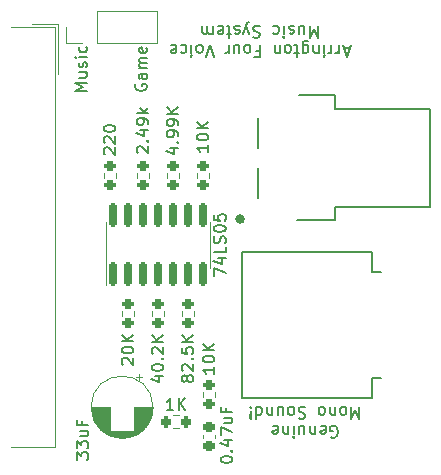
<source format=gto>
G04 #@! TF.GenerationSoftware,KiCad,Pcbnew,(6.0.0)*
G04 #@! TF.CreationDate,2022-11-09T00:51:05-05:00*
G04 #@! TF.ProjectId,Arrington 4 voice equivalent SMD,41727269-6e67-4746-9f6e-203420766f69,rev?*
G04 #@! TF.SameCoordinates,Original*
G04 #@! TF.FileFunction,Legend,Top*
G04 #@! TF.FilePolarity,Positive*
%FSLAX46Y46*%
G04 Gerber Fmt 4.6, Leading zero omitted, Abs format (unit mm)*
G04 Created by KiCad (PCBNEW (6.0.0)) date 2022-11-09 00:51:05*
%MOMM*%
%LPD*%
G01*
G04 APERTURE LIST*
G04 Aperture macros list*
%AMRoundRect*
0 Rectangle with rounded corners*
0 $1 Rounding radius*
0 $2 $3 $4 $5 $6 $7 $8 $9 X,Y pos of 4 corners*
0 Add a 4 corners polygon primitive as box body*
4,1,4,$2,$3,$4,$5,$6,$7,$8,$9,$2,$3,0*
0 Add four circle primitives for the rounded corners*
1,1,$1+$1,$2,$3*
1,1,$1+$1,$4,$5*
1,1,$1+$1,$6,$7*
1,1,$1+$1,$8,$9*
0 Add four rect primitives between the rounded corners*
20,1,$1+$1,$2,$3,$4,$5,0*
20,1,$1+$1,$4,$5,$6,$7,0*
20,1,$1+$1,$6,$7,$8,$9,0*
20,1,$1+$1,$8,$9,$2,$3,0*%
G04 Aperture macros list end*
%ADD10C,0.150000*%
%ADD11C,0.120000*%
%ADD12C,0.127000*%
%ADD13C,0.400000*%
%ADD14RoundRect,0.200000X0.275000X-0.200000X0.275000X0.200000X-0.275000X0.200000X-0.275000X-0.200000X0*%
%ADD15C,3.616000*%
%ADD16C,2.550000*%
%ADD17RoundRect,0.200000X-0.275000X0.200000X-0.275000X-0.200000X0.275000X-0.200000X0.275000X0.200000X0*%
%ADD18RoundRect,0.150000X0.150000X-0.825000X0.150000X0.825000X-0.150000X0.825000X-0.150000X-0.825000X0*%
%ADD19C,1.200000*%
%ADD20O,1.308000X2.616000*%
%ADD21O,2.616000X1.308000*%
%ADD22RoundRect,0.200000X0.200000X0.275000X-0.200000X0.275000X-0.200000X-0.275000X0.200000X-0.275000X0*%
%ADD23R,3.480000X1.846667*%
%ADD24R,1.700000X1.700000*%
%ADD25O,1.700000X1.700000*%
%ADD26RoundRect,0.225000X-0.250000X0.225000X-0.250000X-0.225000X0.250000X-0.225000X0.250000X0.225000X0*%
%ADD27R,1.600000X1.600000*%
%ADD28C,1.600000*%
G04 APERTURE END LIST*
D10*
X137064476Y-90459000D02*
X137159714Y-90506619D01*
X137302571Y-90506619D01*
X137445428Y-90459000D01*
X137540666Y-90363761D01*
X137588285Y-90268523D01*
X137635904Y-90078047D01*
X137635904Y-89935190D01*
X137588285Y-89744714D01*
X137540666Y-89649476D01*
X137445428Y-89554238D01*
X137302571Y-89506619D01*
X137207333Y-89506619D01*
X137064476Y-89554238D01*
X137016857Y-89601857D01*
X137016857Y-89935190D01*
X137207333Y-89935190D01*
X136207333Y-89554238D02*
X136302571Y-89506619D01*
X136493047Y-89506619D01*
X136588285Y-89554238D01*
X136635904Y-89649476D01*
X136635904Y-90030428D01*
X136588285Y-90125666D01*
X136493047Y-90173285D01*
X136302571Y-90173285D01*
X136207333Y-90125666D01*
X136159714Y-90030428D01*
X136159714Y-89935190D01*
X136635904Y-89839952D01*
X135731142Y-90173285D02*
X135731142Y-89506619D01*
X135731142Y-90078047D02*
X135683523Y-90125666D01*
X135588285Y-90173285D01*
X135445428Y-90173285D01*
X135350190Y-90125666D01*
X135302571Y-90030428D01*
X135302571Y-89506619D01*
X134397809Y-90173285D02*
X134397809Y-89506619D01*
X134826380Y-90173285D02*
X134826380Y-89649476D01*
X134778761Y-89554238D01*
X134683523Y-89506619D01*
X134540666Y-89506619D01*
X134445428Y-89554238D01*
X134397809Y-89601857D01*
X133921619Y-89506619D02*
X133921619Y-90173285D01*
X133921619Y-90506619D02*
X133969238Y-90459000D01*
X133921619Y-90411380D01*
X133874000Y-90459000D01*
X133921619Y-90506619D01*
X133921619Y-90411380D01*
X133445428Y-90173285D02*
X133445428Y-89506619D01*
X133445428Y-90078047D02*
X133397809Y-90125666D01*
X133302571Y-90173285D01*
X133159714Y-90173285D01*
X133064476Y-90125666D01*
X133016857Y-90030428D01*
X133016857Y-89506619D01*
X132159714Y-89554238D02*
X132254952Y-89506619D01*
X132445428Y-89506619D01*
X132540666Y-89554238D01*
X132588285Y-89649476D01*
X132588285Y-90030428D01*
X132540666Y-90125666D01*
X132445428Y-90173285D01*
X132254952Y-90173285D01*
X132159714Y-90125666D01*
X132112095Y-90030428D01*
X132112095Y-89935190D01*
X132588285Y-89839952D01*
X139469238Y-87896619D02*
X139469238Y-88896619D01*
X139135904Y-88182333D01*
X138802571Y-88896619D01*
X138802571Y-87896619D01*
X138183523Y-87896619D02*
X138278761Y-87944238D01*
X138326380Y-87991857D01*
X138374000Y-88087095D01*
X138374000Y-88372809D01*
X138326380Y-88468047D01*
X138278761Y-88515666D01*
X138183523Y-88563285D01*
X138040666Y-88563285D01*
X137945428Y-88515666D01*
X137897809Y-88468047D01*
X137850190Y-88372809D01*
X137850190Y-88087095D01*
X137897809Y-87991857D01*
X137945428Y-87944238D01*
X138040666Y-87896619D01*
X138183523Y-87896619D01*
X137421619Y-88563285D02*
X137421619Y-87896619D01*
X137421619Y-88468047D02*
X137374000Y-88515666D01*
X137278761Y-88563285D01*
X137135904Y-88563285D01*
X137040666Y-88515666D01*
X136993047Y-88420428D01*
X136993047Y-87896619D01*
X136374000Y-87896619D02*
X136469238Y-87944238D01*
X136516857Y-87991857D01*
X136564476Y-88087095D01*
X136564476Y-88372809D01*
X136516857Y-88468047D01*
X136469238Y-88515666D01*
X136374000Y-88563285D01*
X136231142Y-88563285D01*
X136135904Y-88515666D01*
X136088285Y-88468047D01*
X136040666Y-88372809D01*
X136040666Y-88087095D01*
X136088285Y-87991857D01*
X136135904Y-87944238D01*
X136231142Y-87896619D01*
X136374000Y-87896619D01*
X134897809Y-87944238D02*
X134754952Y-87896619D01*
X134516857Y-87896619D01*
X134421619Y-87944238D01*
X134374000Y-87991857D01*
X134326380Y-88087095D01*
X134326380Y-88182333D01*
X134374000Y-88277571D01*
X134421619Y-88325190D01*
X134516857Y-88372809D01*
X134707333Y-88420428D01*
X134802571Y-88468047D01*
X134850190Y-88515666D01*
X134897809Y-88610904D01*
X134897809Y-88706142D01*
X134850190Y-88801380D01*
X134802571Y-88849000D01*
X134707333Y-88896619D01*
X134469238Y-88896619D01*
X134326380Y-88849000D01*
X133754952Y-87896619D02*
X133850190Y-87944238D01*
X133897809Y-87991857D01*
X133945428Y-88087095D01*
X133945428Y-88372809D01*
X133897809Y-88468047D01*
X133850190Y-88515666D01*
X133754952Y-88563285D01*
X133612095Y-88563285D01*
X133516857Y-88515666D01*
X133469238Y-88468047D01*
X133421619Y-88372809D01*
X133421619Y-88087095D01*
X133469238Y-87991857D01*
X133516857Y-87944238D01*
X133612095Y-87896619D01*
X133754952Y-87896619D01*
X132564476Y-88563285D02*
X132564476Y-87896619D01*
X132993047Y-88563285D02*
X132993047Y-88039476D01*
X132945428Y-87944238D01*
X132850190Y-87896619D01*
X132707333Y-87896619D01*
X132612095Y-87944238D01*
X132564476Y-87991857D01*
X132088285Y-88563285D02*
X132088285Y-87896619D01*
X132088285Y-88468047D02*
X132040666Y-88515666D01*
X131945428Y-88563285D01*
X131802571Y-88563285D01*
X131707333Y-88515666D01*
X131659714Y-88420428D01*
X131659714Y-87896619D01*
X130754952Y-87896619D02*
X130754952Y-88896619D01*
X130754952Y-87944238D02*
X130850190Y-87896619D01*
X131040666Y-87896619D01*
X131135904Y-87944238D01*
X131183523Y-87991857D01*
X131231142Y-88087095D01*
X131231142Y-88372809D01*
X131183523Y-88468047D01*
X131135904Y-88515666D01*
X131040666Y-88563285D01*
X130850190Y-88563285D01*
X130754952Y-88515666D01*
X130278761Y-87991857D02*
X130231142Y-87944238D01*
X130278761Y-87896619D01*
X130326380Y-87944238D01*
X130278761Y-87991857D01*
X130278761Y-87896619D01*
X130278761Y-88277571D02*
X130326380Y-88849000D01*
X130278761Y-88896619D01*
X130231142Y-88849000D01*
X130278761Y-88277571D01*
X130278761Y-88896619D01*
X120531000Y-60594714D02*
X120483380Y-60689952D01*
X120483380Y-60832809D01*
X120531000Y-60975666D01*
X120626238Y-61070904D01*
X120721476Y-61118523D01*
X120911952Y-61166142D01*
X121054809Y-61166142D01*
X121245285Y-61118523D01*
X121340523Y-61070904D01*
X121435761Y-60975666D01*
X121483380Y-60832809D01*
X121483380Y-60737571D01*
X121435761Y-60594714D01*
X121388142Y-60547095D01*
X121054809Y-60547095D01*
X121054809Y-60737571D01*
X121483380Y-59689952D02*
X120959571Y-59689952D01*
X120864333Y-59737571D01*
X120816714Y-59832809D01*
X120816714Y-60023285D01*
X120864333Y-60118523D01*
X121435761Y-59689952D02*
X121483380Y-59785190D01*
X121483380Y-60023285D01*
X121435761Y-60118523D01*
X121340523Y-60166142D01*
X121245285Y-60166142D01*
X121150047Y-60118523D01*
X121102428Y-60023285D01*
X121102428Y-59785190D01*
X121054809Y-59689952D01*
X121483380Y-59213761D02*
X120816714Y-59213761D01*
X120911952Y-59213761D02*
X120864333Y-59166142D01*
X120816714Y-59070904D01*
X120816714Y-58928047D01*
X120864333Y-58832809D01*
X120959571Y-58785190D01*
X121483380Y-58785190D01*
X120959571Y-58785190D02*
X120864333Y-58737571D01*
X120816714Y-58642333D01*
X120816714Y-58499476D01*
X120864333Y-58404238D01*
X120959571Y-58356619D01*
X121483380Y-58356619D01*
X121435761Y-57499476D02*
X121483380Y-57594714D01*
X121483380Y-57785190D01*
X121435761Y-57880428D01*
X121340523Y-57928047D01*
X120959571Y-57928047D01*
X120864333Y-57880428D01*
X120816714Y-57785190D01*
X120816714Y-57594714D01*
X120864333Y-57499476D01*
X120959571Y-57451857D01*
X121054809Y-57451857D01*
X121150047Y-57928047D01*
X138635428Y-57534333D02*
X138159238Y-57534333D01*
X138730666Y-57248619D02*
X138397333Y-58248619D01*
X138064000Y-57248619D01*
X137730666Y-57248619D02*
X137730666Y-57915285D01*
X137730666Y-57724809D02*
X137683047Y-57820047D01*
X137635428Y-57867666D01*
X137540190Y-57915285D01*
X137444952Y-57915285D01*
X137111619Y-57248619D02*
X137111619Y-57915285D01*
X137111619Y-57724809D02*
X137064000Y-57820047D01*
X137016380Y-57867666D01*
X136921142Y-57915285D01*
X136825904Y-57915285D01*
X136492571Y-57248619D02*
X136492571Y-57915285D01*
X136492571Y-58248619D02*
X136540190Y-58201000D01*
X136492571Y-58153380D01*
X136444952Y-58201000D01*
X136492571Y-58248619D01*
X136492571Y-58153380D01*
X136016380Y-57915285D02*
X136016380Y-57248619D01*
X136016380Y-57820047D02*
X135968761Y-57867666D01*
X135873523Y-57915285D01*
X135730666Y-57915285D01*
X135635428Y-57867666D01*
X135587809Y-57772428D01*
X135587809Y-57248619D01*
X134683047Y-57915285D02*
X134683047Y-57105761D01*
X134730666Y-57010523D01*
X134778285Y-56962904D01*
X134873523Y-56915285D01*
X135016380Y-56915285D01*
X135111619Y-56962904D01*
X134683047Y-57296238D02*
X134778285Y-57248619D01*
X134968761Y-57248619D01*
X135064000Y-57296238D01*
X135111619Y-57343857D01*
X135159238Y-57439095D01*
X135159238Y-57724809D01*
X135111619Y-57820047D01*
X135064000Y-57867666D01*
X134968761Y-57915285D01*
X134778285Y-57915285D01*
X134683047Y-57867666D01*
X134349714Y-57915285D02*
X133968761Y-57915285D01*
X134206857Y-58248619D02*
X134206857Y-57391476D01*
X134159238Y-57296238D01*
X134064000Y-57248619D01*
X133968761Y-57248619D01*
X133492571Y-57248619D02*
X133587809Y-57296238D01*
X133635428Y-57343857D01*
X133683047Y-57439095D01*
X133683047Y-57724809D01*
X133635428Y-57820047D01*
X133587809Y-57867666D01*
X133492571Y-57915285D01*
X133349714Y-57915285D01*
X133254476Y-57867666D01*
X133206857Y-57820047D01*
X133159238Y-57724809D01*
X133159238Y-57439095D01*
X133206857Y-57343857D01*
X133254476Y-57296238D01*
X133349714Y-57248619D01*
X133492571Y-57248619D01*
X132730666Y-57915285D02*
X132730666Y-57248619D01*
X132730666Y-57820047D02*
X132683047Y-57867666D01*
X132587809Y-57915285D01*
X132444952Y-57915285D01*
X132349714Y-57867666D01*
X132302095Y-57772428D01*
X132302095Y-57248619D01*
X130730666Y-57772428D02*
X131064000Y-57772428D01*
X131064000Y-57248619D02*
X131064000Y-58248619D01*
X130587809Y-58248619D01*
X130064000Y-57248619D02*
X130159238Y-57296238D01*
X130206857Y-57343857D01*
X130254476Y-57439095D01*
X130254476Y-57724809D01*
X130206857Y-57820047D01*
X130159238Y-57867666D01*
X130064000Y-57915285D01*
X129921142Y-57915285D01*
X129825904Y-57867666D01*
X129778285Y-57820047D01*
X129730666Y-57724809D01*
X129730666Y-57439095D01*
X129778285Y-57343857D01*
X129825904Y-57296238D01*
X129921142Y-57248619D01*
X130064000Y-57248619D01*
X128873523Y-57915285D02*
X128873523Y-57248619D01*
X129302095Y-57915285D02*
X129302095Y-57391476D01*
X129254476Y-57296238D01*
X129159238Y-57248619D01*
X129016380Y-57248619D01*
X128921142Y-57296238D01*
X128873523Y-57343857D01*
X128397333Y-57248619D02*
X128397333Y-57915285D01*
X128397333Y-57724809D02*
X128349714Y-57820047D01*
X128302095Y-57867666D01*
X128206857Y-57915285D01*
X128111619Y-57915285D01*
X127159238Y-58248619D02*
X126825904Y-57248619D01*
X126492571Y-58248619D01*
X126016380Y-57248619D02*
X126111619Y-57296238D01*
X126159238Y-57343857D01*
X126206857Y-57439095D01*
X126206857Y-57724809D01*
X126159238Y-57820047D01*
X126111619Y-57867666D01*
X126016380Y-57915285D01*
X125873523Y-57915285D01*
X125778285Y-57867666D01*
X125730666Y-57820047D01*
X125683047Y-57724809D01*
X125683047Y-57439095D01*
X125730666Y-57343857D01*
X125778285Y-57296238D01*
X125873523Y-57248619D01*
X126016380Y-57248619D01*
X125254476Y-57248619D02*
X125254476Y-57915285D01*
X125254476Y-58248619D02*
X125302095Y-58201000D01*
X125254476Y-58153380D01*
X125206857Y-58201000D01*
X125254476Y-58248619D01*
X125254476Y-58153380D01*
X124349714Y-57296238D02*
X124444952Y-57248619D01*
X124635428Y-57248619D01*
X124730666Y-57296238D01*
X124778285Y-57343857D01*
X124825904Y-57439095D01*
X124825904Y-57724809D01*
X124778285Y-57820047D01*
X124730666Y-57867666D01*
X124635428Y-57915285D01*
X124444952Y-57915285D01*
X124349714Y-57867666D01*
X123540190Y-57296238D02*
X123635428Y-57248619D01*
X123825904Y-57248619D01*
X123921142Y-57296238D01*
X123968761Y-57391476D01*
X123968761Y-57772428D01*
X123921142Y-57867666D01*
X123825904Y-57915285D01*
X123635428Y-57915285D01*
X123540190Y-57867666D01*
X123492571Y-57772428D01*
X123492571Y-57677190D01*
X123968761Y-57581952D01*
X135944952Y-55638619D02*
X135944952Y-56638619D01*
X135611619Y-55924333D01*
X135278285Y-56638619D01*
X135278285Y-55638619D01*
X134373523Y-56305285D02*
X134373523Y-55638619D01*
X134802095Y-56305285D02*
X134802095Y-55781476D01*
X134754476Y-55686238D01*
X134659238Y-55638619D01*
X134516380Y-55638619D01*
X134421142Y-55686238D01*
X134373523Y-55733857D01*
X133944952Y-55686238D02*
X133849714Y-55638619D01*
X133659238Y-55638619D01*
X133564000Y-55686238D01*
X133516380Y-55781476D01*
X133516380Y-55829095D01*
X133564000Y-55924333D01*
X133659238Y-55971952D01*
X133802095Y-55971952D01*
X133897333Y-56019571D01*
X133944952Y-56114809D01*
X133944952Y-56162428D01*
X133897333Y-56257666D01*
X133802095Y-56305285D01*
X133659238Y-56305285D01*
X133564000Y-56257666D01*
X133087809Y-55638619D02*
X133087809Y-56305285D01*
X133087809Y-56638619D02*
X133135428Y-56591000D01*
X133087809Y-56543380D01*
X133040190Y-56591000D01*
X133087809Y-56638619D01*
X133087809Y-56543380D01*
X132183047Y-55686238D02*
X132278285Y-55638619D01*
X132468761Y-55638619D01*
X132564000Y-55686238D01*
X132611619Y-55733857D01*
X132659238Y-55829095D01*
X132659238Y-56114809D01*
X132611619Y-56210047D01*
X132564000Y-56257666D01*
X132468761Y-56305285D01*
X132278285Y-56305285D01*
X132183047Y-56257666D01*
X131040190Y-55686238D02*
X130897333Y-55638619D01*
X130659238Y-55638619D01*
X130564000Y-55686238D01*
X130516380Y-55733857D01*
X130468761Y-55829095D01*
X130468761Y-55924333D01*
X130516380Y-56019571D01*
X130564000Y-56067190D01*
X130659238Y-56114809D01*
X130849714Y-56162428D01*
X130944952Y-56210047D01*
X130992571Y-56257666D01*
X131040190Y-56352904D01*
X131040190Y-56448142D01*
X130992571Y-56543380D01*
X130944952Y-56591000D01*
X130849714Y-56638619D01*
X130611619Y-56638619D01*
X130468761Y-56591000D01*
X130135428Y-56305285D02*
X129897333Y-55638619D01*
X129659238Y-56305285D02*
X129897333Y-55638619D01*
X129992571Y-55400523D01*
X130040190Y-55352904D01*
X130135428Y-55305285D01*
X129325904Y-55686238D02*
X129230666Y-55638619D01*
X129040190Y-55638619D01*
X128944952Y-55686238D01*
X128897333Y-55781476D01*
X128897333Y-55829095D01*
X128944952Y-55924333D01*
X129040190Y-55971952D01*
X129183047Y-55971952D01*
X129278285Y-56019571D01*
X129325904Y-56114809D01*
X129325904Y-56162428D01*
X129278285Y-56257666D01*
X129183047Y-56305285D01*
X129040190Y-56305285D01*
X128944952Y-56257666D01*
X128611619Y-56305285D02*
X128230666Y-56305285D01*
X128468761Y-56638619D02*
X128468761Y-55781476D01*
X128421142Y-55686238D01*
X128325904Y-55638619D01*
X128230666Y-55638619D01*
X127516380Y-55686238D02*
X127611619Y-55638619D01*
X127802095Y-55638619D01*
X127897333Y-55686238D01*
X127944952Y-55781476D01*
X127944952Y-56162428D01*
X127897333Y-56257666D01*
X127802095Y-56305285D01*
X127611619Y-56305285D01*
X127516380Y-56257666D01*
X127468761Y-56162428D01*
X127468761Y-56067190D01*
X127944952Y-55971952D01*
X127040190Y-55638619D02*
X127040190Y-56305285D01*
X127040190Y-56210047D02*
X126992571Y-56257666D01*
X126897333Y-56305285D01*
X126754476Y-56305285D01*
X126659238Y-56257666D01*
X126611619Y-56162428D01*
X126611619Y-55638619D01*
X126611619Y-56162428D02*
X126564000Y-56257666D01*
X126468761Y-56305285D01*
X126325904Y-56305285D01*
X126230666Y-56257666D01*
X126183047Y-56162428D01*
X126183047Y-55638619D01*
X116403380Y-61166142D02*
X115403380Y-61166142D01*
X116117666Y-60832809D01*
X115403380Y-60499476D01*
X116403380Y-60499476D01*
X115736714Y-59594714D02*
X116403380Y-59594714D01*
X115736714Y-60023285D02*
X116260523Y-60023285D01*
X116355761Y-59975666D01*
X116403380Y-59880428D01*
X116403380Y-59737571D01*
X116355761Y-59642333D01*
X116308142Y-59594714D01*
X116355761Y-59166142D02*
X116403380Y-59070904D01*
X116403380Y-58880428D01*
X116355761Y-58785190D01*
X116260523Y-58737571D01*
X116212904Y-58737571D01*
X116117666Y-58785190D01*
X116070047Y-58880428D01*
X116070047Y-59023285D01*
X116022428Y-59118523D01*
X115927190Y-59166142D01*
X115879571Y-59166142D01*
X115784333Y-59118523D01*
X115736714Y-59023285D01*
X115736714Y-58880428D01*
X115784333Y-58785190D01*
X116403380Y-58309000D02*
X115736714Y-58309000D01*
X115403380Y-58309000D02*
X115451000Y-58356619D01*
X115498619Y-58309000D01*
X115451000Y-58261380D01*
X115403380Y-58309000D01*
X115498619Y-58309000D01*
X116355761Y-57404238D02*
X116403380Y-57499476D01*
X116403380Y-57689952D01*
X116355761Y-57785190D01*
X116308142Y-57832809D01*
X116212904Y-57880428D01*
X115927190Y-57880428D01*
X115831952Y-57832809D01*
X115784333Y-57785190D01*
X115736714Y-57689952D01*
X115736714Y-57499476D01*
X115784333Y-57404238D01*
X122213714Y-85320000D02*
X122880380Y-85320000D01*
X121832761Y-85558095D02*
X122547047Y-85796190D01*
X122547047Y-85177142D01*
X121880380Y-84605714D02*
X121880380Y-84510476D01*
X121928000Y-84415238D01*
X121975619Y-84367619D01*
X122070857Y-84320000D01*
X122261333Y-84272380D01*
X122499428Y-84272380D01*
X122689904Y-84320000D01*
X122785142Y-84367619D01*
X122832761Y-84415238D01*
X122880380Y-84510476D01*
X122880380Y-84605714D01*
X122832761Y-84700952D01*
X122785142Y-84748571D01*
X122689904Y-84796190D01*
X122499428Y-84843809D01*
X122261333Y-84843809D01*
X122070857Y-84796190D01*
X121975619Y-84748571D01*
X121928000Y-84700952D01*
X121880380Y-84605714D01*
X122785142Y-83843809D02*
X122832761Y-83796190D01*
X122880380Y-83843809D01*
X122832761Y-83891428D01*
X122785142Y-83843809D01*
X122880380Y-83843809D01*
X121975619Y-83415238D02*
X121928000Y-83367619D01*
X121880380Y-83272380D01*
X121880380Y-83034285D01*
X121928000Y-82939047D01*
X121975619Y-82891428D01*
X122070857Y-82843809D01*
X122166095Y-82843809D01*
X122308952Y-82891428D01*
X122880380Y-83462857D01*
X122880380Y-82843809D01*
X122880380Y-82415238D02*
X121880380Y-82415238D01*
X122880380Y-81843809D02*
X122308952Y-82272380D01*
X121880380Y-81843809D02*
X122451809Y-82415238D01*
X124848952Y-85605714D02*
X124801333Y-85700952D01*
X124753714Y-85748571D01*
X124658476Y-85796190D01*
X124610857Y-85796190D01*
X124515619Y-85748571D01*
X124468000Y-85700952D01*
X124420380Y-85605714D01*
X124420380Y-85415238D01*
X124468000Y-85320000D01*
X124515619Y-85272380D01*
X124610857Y-85224761D01*
X124658476Y-85224761D01*
X124753714Y-85272380D01*
X124801333Y-85320000D01*
X124848952Y-85415238D01*
X124848952Y-85605714D01*
X124896571Y-85700952D01*
X124944190Y-85748571D01*
X125039428Y-85796190D01*
X125229904Y-85796190D01*
X125325142Y-85748571D01*
X125372761Y-85700952D01*
X125420380Y-85605714D01*
X125420380Y-85415238D01*
X125372761Y-85320000D01*
X125325142Y-85272380D01*
X125229904Y-85224761D01*
X125039428Y-85224761D01*
X124944190Y-85272380D01*
X124896571Y-85320000D01*
X124848952Y-85415238D01*
X124515619Y-84843809D02*
X124468000Y-84796190D01*
X124420380Y-84700952D01*
X124420380Y-84462857D01*
X124468000Y-84367619D01*
X124515619Y-84320000D01*
X124610857Y-84272380D01*
X124706095Y-84272380D01*
X124848952Y-84320000D01*
X125420380Y-84891428D01*
X125420380Y-84272380D01*
X125325142Y-83843809D02*
X125372761Y-83796190D01*
X125420380Y-83843809D01*
X125372761Y-83891428D01*
X125325142Y-83843809D01*
X125420380Y-83843809D01*
X124420380Y-82891428D02*
X124420380Y-83367619D01*
X124896571Y-83415238D01*
X124848952Y-83367619D01*
X124801333Y-83272380D01*
X124801333Y-83034285D01*
X124848952Y-82939047D01*
X124896571Y-82891428D01*
X124991809Y-82843809D01*
X125229904Y-82843809D01*
X125325142Y-82891428D01*
X125372761Y-82939047D01*
X125420380Y-83034285D01*
X125420380Y-83272380D01*
X125372761Y-83367619D01*
X125325142Y-83415238D01*
X125420380Y-82415238D02*
X124420380Y-82415238D01*
X125420380Y-81843809D02*
X124848952Y-82272380D01*
X124420380Y-81843809D02*
X124991809Y-82415238D01*
X127198380Y-84510476D02*
X127198380Y-85081904D01*
X127198380Y-84796190D02*
X126198380Y-84796190D01*
X126341238Y-84891428D01*
X126436476Y-84986666D01*
X126484095Y-85081904D01*
X126198380Y-83891428D02*
X126198380Y-83796190D01*
X126246000Y-83700952D01*
X126293619Y-83653333D01*
X126388857Y-83605714D01*
X126579333Y-83558095D01*
X126817428Y-83558095D01*
X127007904Y-83605714D01*
X127103142Y-83653333D01*
X127150761Y-83700952D01*
X127198380Y-83796190D01*
X127198380Y-83891428D01*
X127150761Y-83986666D01*
X127103142Y-84034285D01*
X127007904Y-84081904D01*
X126817428Y-84129523D01*
X126579333Y-84129523D01*
X126388857Y-84081904D01*
X126293619Y-84034285D01*
X126246000Y-83986666D01*
X126198380Y-83891428D01*
X127198380Y-83129523D02*
X126198380Y-83129523D01*
X127198380Y-82558095D02*
X126626952Y-82986666D01*
X126198380Y-82558095D02*
X126769809Y-83129523D01*
X123483714Y-66016000D02*
X124150380Y-66016000D01*
X123102761Y-66254095D02*
X123817047Y-66492190D01*
X123817047Y-65873142D01*
X124055142Y-65492190D02*
X124102761Y-65444571D01*
X124150380Y-65492190D01*
X124102761Y-65539809D01*
X124055142Y-65492190D01*
X124150380Y-65492190D01*
X124150380Y-64968380D02*
X124150380Y-64777904D01*
X124102761Y-64682666D01*
X124055142Y-64635047D01*
X123912285Y-64539809D01*
X123721809Y-64492190D01*
X123340857Y-64492190D01*
X123245619Y-64539809D01*
X123198000Y-64587428D01*
X123150380Y-64682666D01*
X123150380Y-64873142D01*
X123198000Y-64968380D01*
X123245619Y-65016000D01*
X123340857Y-65063619D01*
X123578952Y-65063619D01*
X123674190Y-65016000D01*
X123721809Y-64968380D01*
X123769428Y-64873142D01*
X123769428Y-64682666D01*
X123721809Y-64587428D01*
X123674190Y-64539809D01*
X123578952Y-64492190D01*
X124150380Y-64016000D02*
X124150380Y-63825523D01*
X124102761Y-63730285D01*
X124055142Y-63682666D01*
X123912285Y-63587428D01*
X123721809Y-63539809D01*
X123340857Y-63539809D01*
X123245619Y-63587428D01*
X123198000Y-63635047D01*
X123150380Y-63730285D01*
X123150380Y-63920761D01*
X123198000Y-64016000D01*
X123245619Y-64063619D01*
X123340857Y-64111238D01*
X123578952Y-64111238D01*
X123674190Y-64063619D01*
X123721809Y-64016000D01*
X123769428Y-63920761D01*
X123769428Y-63730285D01*
X123721809Y-63635047D01*
X123674190Y-63587428D01*
X123578952Y-63539809D01*
X124150380Y-63111238D02*
X123150380Y-63111238D01*
X124150380Y-62539809D02*
X123578952Y-62968380D01*
X123150380Y-62539809D02*
X123721809Y-63111238D01*
X127160380Y-76810857D02*
X127160380Y-76144190D01*
X128160380Y-76572761D01*
X127493714Y-75334666D02*
X128160380Y-75334666D01*
X127112761Y-75572761D02*
X127827047Y-75810857D01*
X127827047Y-75191809D01*
X128160380Y-74334666D02*
X128160380Y-74810857D01*
X127160380Y-74810857D01*
X128112761Y-74048952D02*
X128160380Y-73906095D01*
X128160380Y-73668000D01*
X128112761Y-73572761D01*
X128065142Y-73525142D01*
X127969904Y-73477523D01*
X127874666Y-73477523D01*
X127779428Y-73525142D01*
X127731809Y-73572761D01*
X127684190Y-73668000D01*
X127636571Y-73858476D01*
X127588952Y-73953714D01*
X127541333Y-74001333D01*
X127446095Y-74048952D01*
X127350857Y-74048952D01*
X127255619Y-74001333D01*
X127208000Y-73953714D01*
X127160380Y-73858476D01*
X127160380Y-73620380D01*
X127208000Y-73477523D01*
X127160380Y-72858476D02*
X127160380Y-72763238D01*
X127208000Y-72668000D01*
X127255619Y-72620380D01*
X127350857Y-72572761D01*
X127541333Y-72525142D01*
X127779428Y-72525142D01*
X127969904Y-72572761D01*
X128065142Y-72620380D01*
X128112761Y-72668000D01*
X128160380Y-72763238D01*
X128160380Y-72858476D01*
X128112761Y-72953714D01*
X128065142Y-73001333D01*
X127969904Y-73048952D01*
X127779428Y-73096571D01*
X127541333Y-73096571D01*
X127350857Y-73048952D01*
X127255619Y-73001333D01*
X127208000Y-72953714D01*
X127160380Y-72858476D01*
X127160380Y-71620380D02*
X127160380Y-72096571D01*
X127636571Y-72144190D01*
X127588952Y-72096571D01*
X127541333Y-72001333D01*
X127541333Y-71763238D01*
X127588952Y-71668000D01*
X127636571Y-71620380D01*
X127731809Y-71572761D01*
X127969904Y-71572761D01*
X128065142Y-71620380D01*
X128112761Y-71668000D01*
X128160380Y-71763238D01*
X128160380Y-72001333D01*
X128112761Y-72096571D01*
X128065142Y-72144190D01*
X117911619Y-66516095D02*
X117864000Y-66468476D01*
X117816380Y-66373238D01*
X117816380Y-66135142D01*
X117864000Y-66039904D01*
X117911619Y-65992285D01*
X118006857Y-65944666D01*
X118102095Y-65944666D01*
X118244952Y-65992285D01*
X118816380Y-66563714D01*
X118816380Y-65944666D01*
X117911619Y-65563714D02*
X117864000Y-65516095D01*
X117816380Y-65420857D01*
X117816380Y-65182761D01*
X117864000Y-65087523D01*
X117911619Y-65039904D01*
X118006857Y-64992285D01*
X118102095Y-64992285D01*
X118244952Y-65039904D01*
X118816380Y-65611333D01*
X118816380Y-64992285D01*
X117816380Y-64373238D02*
X117816380Y-64278000D01*
X117864000Y-64182761D01*
X117911619Y-64135142D01*
X118006857Y-64087523D01*
X118197333Y-64039904D01*
X118435428Y-64039904D01*
X118625904Y-64087523D01*
X118721142Y-64135142D01*
X118768761Y-64182761D01*
X118816380Y-64278000D01*
X118816380Y-64373238D01*
X118768761Y-64468476D01*
X118721142Y-64516095D01*
X118625904Y-64563714D01*
X118435428Y-64611333D01*
X118197333Y-64611333D01*
X118006857Y-64563714D01*
X117911619Y-64516095D01*
X117864000Y-64468476D01*
X117816380Y-64373238D01*
X123737714Y-88176380D02*
X123166285Y-88176380D01*
X123452000Y-88176380D02*
X123452000Y-87176380D01*
X123356761Y-87319238D01*
X123261523Y-87414476D01*
X123166285Y-87462095D01*
X124166285Y-88176380D02*
X124166285Y-87176380D01*
X124737714Y-88176380D02*
X124309142Y-87604952D01*
X124737714Y-87176380D02*
X124166285Y-87747809D01*
X119435619Y-84319904D02*
X119388000Y-84272285D01*
X119340380Y-84177047D01*
X119340380Y-83938952D01*
X119388000Y-83843714D01*
X119435619Y-83796095D01*
X119530857Y-83748476D01*
X119626095Y-83748476D01*
X119768952Y-83796095D01*
X120340380Y-84367523D01*
X120340380Y-83748476D01*
X119340380Y-83129428D02*
X119340380Y-83034190D01*
X119388000Y-82938952D01*
X119435619Y-82891333D01*
X119530857Y-82843714D01*
X119721333Y-82796095D01*
X119959428Y-82796095D01*
X120149904Y-82843714D01*
X120245142Y-82891333D01*
X120292761Y-82938952D01*
X120340380Y-83034190D01*
X120340380Y-83129428D01*
X120292761Y-83224666D01*
X120245142Y-83272285D01*
X120149904Y-83319904D01*
X119959428Y-83367523D01*
X119721333Y-83367523D01*
X119530857Y-83319904D01*
X119435619Y-83272285D01*
X119388000Y-83224666D01*
X119340380Y-83129428D01*
X120340380Y-82367523D02*
X119340380Y-82367523D01*
X120340380Y-81796095D02*
X119768952Y-82224666D01*
X119340380Y-81796095D02*
X119911809Y-82367523D01*
X127722380Y-92402467D02*
X127722380Y-92307229D01*
X127770000Y-92211991D01*
X127817619Y-92164372D01*
X127912857Y-92116753D01*
X128103333Y-92069134D01*
X128341428Y-92069134D01*
X128531904Y-92116753D01*
X128627142Y-92164372D01*
X128674761Y-92211991D01*
X128722380Y-92307229D01*
X128722380Y-92402467D01*
X128674761Y-92497705D01*
X128627142Y-92545324D01*
X128531904Y-92592943D01*
X128341428Y-92640562D01*
X128103333Y-92640562D01*
X127912857Y-92592943D01*
X127817619Y-92545324D01*
X127770000Y-92497705D01*
X127722380Y-92402467D01*
X128627142Y-91640562D02*
X128674761Y-91592943D01*
X128722380Y-91640562D01*
X128674761Y-91688181D01*
X128627142Y-91640562D01*
X128722380Y-91640562D01*
X128055714Y-90735800D02*
X128722380Y-90735800D01*
X127674761Y-90973896D02*
X128389047Y-91211991D01*
X128389047Y-90592943D01*
X127722380Y-90307229D02*
X127722380Y-89640562D01*
X128722380Y-90069134D01*
X128055714Y-88831039D02*
X128722380Y-88831039D01*
X128055714Y-89259610D02*
X128579523Y-89259610D01*
X128674761Y-89211991D01*
X128722380Y-89116753D01*
X128722380Y-88973896D01*
X128674761Y-88878658D01*
X128627142Y-88831039D01*
X128198571Y-88021515D02*
X128198571Y-88354848D01*
X128722380Y-88354848D02*
X127722380Y-88354848D01*
X127722380Y-87878658D01*
X115530380Y-92368476D02*
X115530380Y-91749428D01*
X115911333Y-92082761D01*
X115911333Y-91939904D01*
X115958952Y-91844666D01*
X116006571Y-91797047D01*
X116101809Y-91749428D01*
X116339904Y-91749428D01*
X116435142Y-91797047D01*
X116482761Y-91844666D01*
X116530380Y-91939904D01*
X116530380Y-92225619D01*
X116482761Y-92320857D01*
X116435142Y-92368476D01*
X115530380Y-91416095D02*
X115530380Y-90797047D01*
X115911333Y-91130380D01*
X115911333Y-90987523D01*
X115958952Y-90892285D01*
X116006571Y-90844666D01*
X116101809Y-90797047D01*
X116339904Y-90797047D01*
X116435142Y-90844666D01*
X116482761Y-90892285D01*
X116530380Y-90987523D01*
X116530380Y-91273238D01*
X116482761Y-91368476D01*
X116435142Y-91416095D01*
X115863714Y-89939904D02*
X116530380Y-89939904D01*
X115863714Y-90368476D02*
X116387523Y-90368476D01*
X116482761Y-90320857D01*
X116530380Y-90225619D01*
X116530380Y-90082761D01*
X116482761Y-89987523D01*
X116435142Y-89939904D01*
X116006571Y-89130380D02*
X116006571Y-89463714D01*
X116530380Y-89463714D02*
X115530380Y-89463714D01*
X115530380Y-88987523D01*
X126690380Y-65714476D02*
X126690380Y-66285904D01*
X126690380Y-66000190D02*
X125690380Y-66000190D01*
X125833238Y-66095428D01*
X125928476Y-66190666D01*
X125976095Y-66285904D01*
X125690380Y-65095428D02*
X125690380Y-65000190D01*
X125738000Y-64904952D01*
X125785619Y-64857333D01*
X125880857Y-64809714D01*
X126071333Y-64762095D01*
X126309428Y-64762095D01*
X126499904Y-64809714D01*
X126595142Y-64857333D01*
X126642761Y-64904952D01*
X126690380Y-65000190D01*
X126690380Y-65095428D01*
X126642761Y-65190666D01*
X126595142Y-65238285D01*
X126499904Y-65285904D01*
X126309428Y-65333523D01*
X126071333Y-65333523D01*
X125880857Y-65285904D01*
X125785619Y-65238285D01*
X125738000Y-65190666D01*
X125690380Y-65095428D01*
X126690380Y-64333523D02*
X125690380Y-64333523D01*
X126690380Y-63762095D02*
X126118952Y-64190666D01*
X125690380Y-63762095D02*
X126261809Y-64333523D01*
X120705619Y-66396952D02*
X120658000Y-66349333D01*
X120610380Y-66254095D01*
X120610380Y-66016000D01*
X120658000Y-65920761D01*
X120705619Y-65873142D01*
X120800857Y-65825523D01*
X120896095Y-65825523D01*
X121038952Y-65873142D01*
X121610380Y-66444571D01*
X121610380Y-65825523D01*
X121515142Y-65396952D02*
X121562761Y-65349333D01*
X121610380Y-65396952D01*
X121562761Y-65444571D01*
X121515142Y-65396952D01*
X121610380Y-65396952D01*
X120943714Y-64492190D02*
X121610380Y-64492190D01*
X120562761Y-64730285D02*
X121277047Y-64968380D01*
X121277047Y-64349333D01*
X121610380Y-63920761D02*
X121610380Y-63730285D01*
X121562761Y-63635047D01*
X121515142Y-63587428D01*
X121372285Y-63492190D01*
X121181809Y-63444571D01*
X120800857Y-63444571D01*
X120705619Y-63492190D01*
X120658000Y-63539809D01*
X120610380Y-63635047D01*
X120610380Y-63825523D01*
X120658000Y-63920761D01*
X120705619Y-63968380D01*
X120800857Y-64016000D01*
X121038952Y-64016000D01*
X121134190Y-63968380D01*
X121181809Y-63920761D01*
X121229428Y-63825523D01*
X121229428Y-63635047D01*
X121181809Y-63539809D01*
X121134190Y-63492190D01*
X121038952Y-63444571D01*
X121610380Y-63016000D02*
X120610380Y-63016000D01*
X121229428Y-62920761D02*
X121610380Y-62635047D01*
X120943714Y-62635047D02*
X121324666Y-63016000D01*
D11*
X122950500Y-80247258D02*
X122950500Y-79772742D01*
X121905500Y-80247258D02*
X121905500Y-79772742D01*
X124445500Y-80247258D02*
X124445500Y-79772742D01*
X125490500Y-80247258D02*
X125490500Y-79772742D01*
D12*
X137426000Y-61502000D02*
X134326000Y-61502000D01*
X134226000Y-72102000D02*
X137426000Y-72102000D01*
X145426000Y-70952000D02*
X145426000Y-62652000D01*
X130926000Y-63452000D02*
X130926000Y-66002000D01*
X145426000Y-62652000D02*
X137426000Y-62652000D01*
X137426000Y-72102000D02*
X137426000Y-70952000D01*
X130926000Y-67702000D02*
X130926000Y-70202000D01*
X137426000Y-70952000D02*
X145426000Y-70952000D01*
X137426000Y-62652000D02*
X137426000Y-61502000D01*
D13*
X129576000Y-72002000D02*
G75*
G03*
X129576000Y-72002000I-200000J0D01*
G01*
D11*
X127268500Y-87105258D02*
X127268500Y-86630742D01*
X126223500Y-87105258D02*
X126223500Y-86630742D01*
X124220500Y-68088742D02*
X124220500Y-68563258D01*
X123175500Y-68088742D02*
X123175500Y-68563258D01*
X126863000Y-74168000D02*
X126863000Y-72218000D01*
X126863000Y-74168000D02*
X126863000Y-76118000D01*
X117993000Y-74168000D02*
X117993000Y-77618000D01*
X117993000Y-74168000D02*
X117993000Y-72218000D01*
D12*
X129528000Y-87162500D02*
X129528000Y-74762500D01*
X140528000Y-76462500D02*
X141328000Y-76462500D01*
X140528000Y-85462500D02*
X141328000Y-85462500D01*
X129528000Y-74762500D02*
X140528000Y-74762500D01*
X129528000Y-87162500D02*
X140528000Y-87162500D01*
X140528000Y-87162500D02*
X140528000Y-85462500D01*
X140528000Y-76462500D02*
X140528000Y-74762500D01*
D11*
X118886500Y-68088742D02*
X118886500Y-68563258D01*
X117841500Y-68088742D02*
X117841500Y-68563258D01*
X124189258Y-88631500D02*
X123714742Y-88631500D01*
X124189258Y-89676500D02*
X123714742Y-89676500D01*
X120410500Y-80247258D02*
X120410500Y-79772742D01*
X119365500Y-80247258D02*
X119365500Y-79772742D01*
X113737500Y-55729667D02*
X109997500Y-55729667D01*
X109997500Y-91336333D02*
X113737500Y-91336333D01*
X113737500Y-91336333D02*
X113737500Y-55729667D01*
X113977500Y-55489667D02*
X113977500Y-59683000D01*
X111737500Y-55489667D02*
X113977500Y-55489667D01*
X117236000Y-57083000D02*
X117236000Y-54423000D01*
X122376000Y-57083000D02*
X122376000Y-54423000D01*
X117236000Y-54423000D02*
X122376000Y-54423000D01*
X117236000Y-57083000D02*
X122376000Y-57083000D01*
X114636000Y-57083000D02*
X114636000Y-55753000D01*
X115966000Y-57083000D02*
X114636000Y-57083000D01*
X126236000Y-90283420D02*
X126236000Y-90564580D01*
X127256000Y-90283420D02*
X127256000Y-90564580D01*
X121881000Y-88568888D02*
X120420000Y-88568888D01*
X120631000Y-90209888D02*
X118129000Y-90209888D01*
X121604000Y-89249888D02*
X120420000Y-89249888D01*
X118340000Y-89849888D02*
X117637000Y-89849888D01*
X121960000Y-87928888D02*
X120420000Y-87928888D01*
X121165000Y-89809888D02*
X120420000Y-89809888D01*
X118340000Y-88969888D02*
X117015000Y-88969888D01*
X118340000Y-89529888D02*
X117345000Y-89529888D01*
X118340000Y-89449888D02*
X117285000Y-89449888D01*
X121281000Y-89689888D02*
X120420000Y-89689888D01*
X118340000Y-89329888D02*
X117205000Y-89329888D01*
X121502000Y-89409888D02*
X120420000Y-89409888D01*
X118340000Y-89409888D02*
X117258000Y-89409888D01*
X121351000Y-89609888D02*
X120420000Y-89609888D01*
X119898000Y-90489888D02*
X118862000Y-90489888D01*
X120185000Y-90409888D02*
X118575000Y-90409888D01*
X121945000Y-88208888D02*
X120420000Y-88208888D01*
X121960000Y-87968888D02*
X120420000Y-87968888D01*
X121244000Y-89729888D02*
X120420000Y-89729888D01*
X121871000Y-88608888D02*
X120420000Y-88608888D01*
X121745000Y-88969888D02*
X120420000Y-88969888D01*
X118340000Y-88088888D02*
X116804000Y-88088888D01*
X118340000Y-88929888D02*
X116998000Y-88929888D01*
X118340000Y-89209888D02*
X117133000Y-89209888D01*
X120934000Y-90009888D02*
X117826000Y-90009888D01*
X121690000Y-89089888D02*
X120420000Y-89089888D01*
X118340000Y-88248888D02*
X116819000Y-88248888D01*
X118340000Y-88769888D02*
X116938000Y-88769888D01*
X121105000Y-85374113D02*
X120605000Y-85374113D01*
X121475000Y-89449888D02*
X120420000Y-89449888D01*
X121555000Y-89329888D02*
X120420000Y-89329888D01*
X118340000Y-88408888D02*
X116844000Y-88408888D01*
X118340000Y-89249888D02*
X117156000Y-89249888D01*
X121317000Y-89649888D02*
X120420000Y-89649888D01*
X118340000Y-89729888D02*
X117516000Y-89729888D01*
X121835000Y-88729888D02*
X120420000Y-88729888D01*
X121959000Y-88008888D02*
X120420000Y-88008888D01*
X118340000Y-88729888D02*
X116925000Y-88729888D01*
X121206000Y-89769888D02*
X120420000Y-89769888D01*
X121415000Y-89529888D02*
X120420000Y-89529888D01*
X121033000Y-89929888D02*
X120420000Y-89929888D01*
X121648000Y-89169888D02*
X120420000Y-89169888D01*
X121923000Y-88368888D02*
X120420000Y-88368888D01*
X118340000Y-87928888D02*
X116800000Y-87928888D01*
X121916000Y-88408888D02*
X120420000Y-88408888D01*
X118340000Y-89129888D02*
X117090000Y-89129888D01*
X118340000Y-89889888D02*
X117681000Y-89889888D01*
X120699000Y-90169888D02*
X118061000Y-90169888D01*
X118340000Y-89169888D02*
X117112000Y-89169888D01*
X118340000Y-88568888D02*
X116879000Y-88568888D01*
X118340000Y-88649888D02*
X116900000Y-88649888D01*
X121529000Y-89369888D02*
X120420000Y-89369888D01*
X118340000Y-88128888D02*
X116807000Y-88128888D01*
X121848000Y-88689888D02*
X120420000Y-88689888D01*
X118340000Y-88809888D02*
X116952000Y-88809888D01*
X118340000Y-88488888D02*
X116860000Y-88488888D01*
X121670000Y-89129888D02*
X120420000Y-89129888D01*
X121728000Y-89009888D02*
X120420000Y-89009888D01*
X121941000Y-88248888D02*
X120420000Y-88248888D01*
X121822000Y-88769888D02*
X120420000Y-88769888D01*
X118340000Y-89009888D02*
X117032000Y-89009888D01*
X118340000Y-88689888D02*
X116912000Y-88689888D01*
X118340000Y-89809888D02*
X117595000Y-89809888D01*
X121908000Y-88448888D02*
X120420000Y-88448888D01*
X120763000Y-90129888D02*
X117997000Y-90129888D01*
X120391000Y-90329888D02*
X118369000Y-90329888D01*
X120880000Y-90049888D02*
X117880000Y-90049888D01*
X118340000Y-89489888D02*
X117315000Y-89489888D01*
X120855000Y-85124113D02*
X120855000Y-85624113D01*
X120823000Y-90089888D02*
X117937000Y-90089888D01*
X118340000Y-89769888D02*
X117554000Y-89769888D01*
X121900000Y-88488888D02*
X120420000Y-88488888D01*
X119664000Y-90529888D02*
X119096000Y-90529888D01*
X118340000Y-88889888D02*
X116982000Y-88889888D01*
X118340000Y-89609888D02*
X117409000Y-89609888D01*
X118340000Y-89649888D02*
X117443000Y-89649888D01*
X118340000Y-89369888D02*
X117231000Y-89369888D01*
X118340000Y-88368888D02*
X116837000Y-88368888D01*
X118340000Y-88168888D02*
X116811000Y-88168888D01*
X121384000Y-89569888D02*
X120420000Y-89569888D01*
X121953000Y-88128888D02*
X120420000Y-88128888D01*
X121079000Y-89889888D02*
X120420000Y-89889888D01*
X118340000Y-88208888D02*
X116815000Y-88208888D01*
X121709000Y-89049888D02*
X120420000Y-89049888D01*
X118340000Y-88448888D02*
X116852000Y-88448888D01*
X121956000Y-88088888D02*
X120420000Y-88088888D01*
X118340000Y-89569888D02*
X117376000Y-89569888D01*
X121936000Y-88288888D02*
X120420000Y-88288888D01*
X118340000Y-89049888D02*
X117051000Y-89049888D01*
X121949000Y-88168888D02*
X120420000Y-88168888D01*
X121627000Y-89209888D02*
X120420000Y-89209888D01*
X120478000Y-90289888D02*
X118282000Y-90289888D01*
X121891000Y-88528888D02*
X120420000Y-88528888D01*
X118340000Y-88288888D02*
X116824000Y-88288888D01*
X120985000Y-89969888D02*
X117775000Y-89969888D01*
X118340000Y-88849888D02*
X116966000Y-88849888D01*
X120558000Y-90249888D02*
X118202000Y-90249888D01*
X121123000Y-89849888D02*
X120420000Y-89849888D01*
X118340000Y-89929888D02*
X117727000Y-89929888D01*
X121808000Y-88809888D02*
X120420000Y-88809888D01*
X118340000Y-88048888D02*
X116802000Y-88048888D01*
X121445000Y-89489888D02*
X120420000Y-89489888D01*
X118340000Y-87968888D02*
X116800000Y-87968888D01*
X121930000Y-88328888D02*
X120420000Y-88328888D01*
X118340000Y-89689888D02*
X117479000Y-89689888D01*
X118340000Y-89089888D02*
X117070000Y-89089888D01*
X118340000Y-89289888D02*
X117180000Y-89289888D01*
X121580000Y-89289888D02*
X120420000Y-89289888D01*
X118340000Y-88608888D02*
X116889000Y-88608888D01*
X118340000Y-88008888D02*
X116801000Y-88008888D01*
X120057000Y-90449888D02*
X118703000Y-90449888D01*
X118340000Y-88328888D02*
X116830000Y-88328888D01*
X121794000Y-88849888D02*
X120420000Y-88849888D01*
X121762000Y-88929888D02*
X120420000Y-88929888D01*
X120295000Y-90369888D02*
X118465000Y-90369888D01*
X118340000Y-88528888D02*
X116869000Y-88528888D01*
X121778000Y-88889888D02*
X120420000Y-88889888D01*
X121860000Y-88649888D02*
X120420000Y-88649888D01*
X121958000Y-88048888D02*
X120420000Y-88048888D01*
X122000000Y-87928888D02*
G75*
G03*
X122000000Y-87928888I-2620000J0D01*
G01*
X125715500Y-68088742D02*
X125715500Y-68563258D01*
X126760500Y-68088742D02*
X126760500Y-68563258D01*
X121680500Y-68088742D02*
X121680500Y-68563258D01*
X120635500Y-68088742D02*
X120635500Y-68563258D01*
%LPC*%
D14*
X122428000Y-80835000D03*
X122428000Y-79185000D03*
X124968000Y-80835000D03*
X124968000Y-79185000D03*
D15*
X132226000Y-71802000D03*
X132226000Y-61802000D03*
X136726000Y-66802000D03*
D16*
X132226000Y-66802000D03*
D14*
X126746000Y-87693000D03*
X126746000Y-86043000D03*
D17*
X123698000Y-67501000D03*
X123698000Y-69151000D03*
D18*
X118618000Y-76643000D03*
X119888000Y-76643000D03*
X121158000Y-76643000D03*
X122428000Y-76643000D03*
X123698000Y-76643000D03*
X124968000Y-76643000D03*
X126238000Y-76643000D03*
X126238000Y-71693000D03*
X124968000Y-71693000D03*
X123698000Y-71693000D03*
X122428000Y-71693000D03*
X121158000Y-71693000D03*
X119888000Y-71693000D03*
X118618000Y-71693000D03*
D19*
X137028000Y-85962500D03*
X137028000Y-75962500D03*
X132028000Y-80962500D03*
X139528000Y-85962500D03*
X139528000Y-75962500D03*
D20*
X137028000Y-80962500D03*
D21*
X132028000Y-75962500D03*
X132028000Y-85962500D03*
X132028000Y-78462500D03*
X132028000Y-83462500D03*
D17*
X118364000Y-67501000D03*
X118364000Y-69151000D03*
D22*
X124777000Y-89154000D03*
X123127000Y-89154000D03*
D14*
X119888000Y-80835000D03*
X119888000Y-79185000D03*
D23*
X111737500Y-56913000D03*
X111737500Y-59683000D03*
X111737500Y-62453000D03*
X111737500Y-65223000D03*
X111737500Y-67993000D03*
X111737500Y-70763000D03*
X111737500Y-73533000D03*
X111737500Y-76303000D03*
X111737500Y-79073000D03*
X111737500Y-81843000D03*
X111737500Y-84613000D03*
X111737500Y-87383000D03*
X111737500Y-90153000D03*
D24*
X115966000Y-55753000D03*
D25*
X118506000Y-55753000D03*
X121046000Y-55753000D03*
D26*
X126746000Y-89649000D03*
X126746000Y-91199000D03*
D27*
X119380000Y-86928888D03*
D28*
X119380000Y-88928888D03*
D17*
X126238000Y-67501000D03*
X126238000Y-69151000D03*
X121158000Y-67501000D03*
X121158000Y-69151000D03*
M02*

</source>
